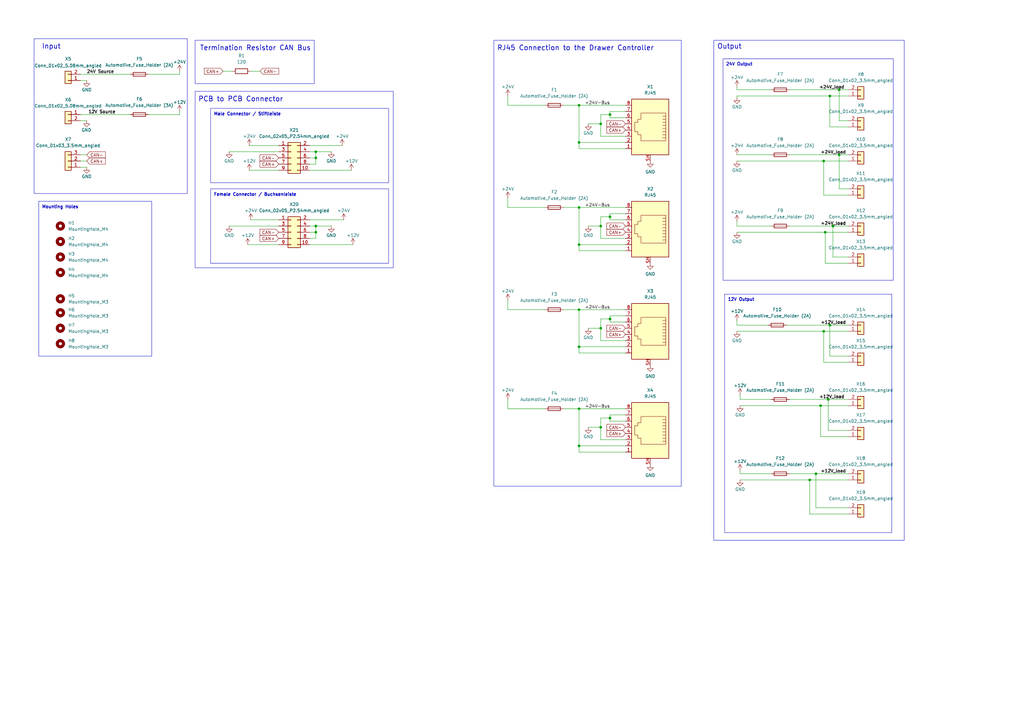
<source format=kicad_sch>
(kicad_sch (version 20231120) (generator "eeschema") (generator_version "8.0")
  (paper "A3")
  (lib_symbols
    (symbol "Mechanical:MountingHole" (pin_names (offset 1.016))
      (property "Reference" "H" (at 0 5.08 0))
      (property "Value" "MountingHole" (at 0 3.175 0))
    )
    (symbol "_Connector:Conn_02x05_P2.54mm_angled" (pin_names (offset 1.016) hide)
      (property "Reference" "X" (at 1.27 7.62 0))
      (property "Value" "Conn_02x05_P2.54mm_angled" (at 1.27 -7.62 0))
      (symbol "Conn_02x05_P2.54mm_angled_1_1"
        (pin passive line (at -5.08 5.08 0) (length 3.81) (name "Pin_1") (number "1"))
        (pin passive line (at 7.62 -5.08 180) (length 3.81) (name "Pin_10") (number "10"))
        (pin passive line (at 7.62 5.08 180) (length 3.81) (name "Pin_2") (number "2"))
        (pin passive line (at -5.08 2.54 0) (length 3.81) (name "Pin_3") (number "3"))
        (pin passive line (at 7.62 2.54 180) (length 3.81) (name "Pin_4") (number "4"))
        (pin passive line (at -5.08 0 0) (length 3.81) (name "Pin_5") (number "5"))
        (pin passive line (at 7.62 0 180) (length 3.81) (name "Pin_6") (number "6"))
        (pin passive line (at -5.08 -2.54 0) (length 3.81) (name "Pin_7") (number "7"))
        (pin passive line (at 7.62 -2.54 180) (length 3.81) (name "Pin_8") (number "8"))
        (pin passive line (at -5.08 -5.08 0) (length 3.81) (name "Pin_9") (number "9"))
      )
    )
    (symbol "_Connector:RJ45" (pin_names (offset 1.016))
      (property "Reference" "X" (at -5.08 13.97 0))
      (property "Value" "RJ45" (at 2.54 13.97 0))
      (symbol "RJ45_1_1"
        (pin passive line (at 10.16 -7.62 180) (length 2.54) (name "~") (number "1"))
        (pin passive line (at 10.16 -5.08 180) (length 2.54) (name "~") (number "2"))
        (pin passive line (at 10.16 -2.54 180) (length 2.54) (name "~") (number "3"))
        (pin passive line (at 10.16 0 180) (length 2.54) (name "~") (number "4"))
        (pin passive line (at 10.16 2.54 180) (length 2.54) (name "~") (number "5"))
        (pin passive line (at 10.16 5.08 180) (length 2.54) (name "~") (number "6"))
        (pin passive line (at 10.16 7.62 180) (length 2.54) (name "~") (number "7"))
        (pin passive line (at 10.16 10.16 180) (length 2.54) (name "~") (number "8"))
        (pin passive line (at 0 -12.7 90) (length 2.54) (name "~") (number "SH"))
      )
    )
    (symbol "_Connector_Phoenix:Conn_01x02_3.5mm_angled" (pin_names (offset 1.016) hide)
      (property "Reference" "X" (at 0 2.54 0))
      (property "Value" "Conn_01x02_3.5mm_angled" (at 0 -5.08 0))
      (symbol "Conn_01x02_3.5mm_angled_1_1"
        (pin passive line (at -5.08 0 0) (length 3.81) (name "Pin_1") (number "1"))
        (pin passive line (at -5.08 -2.54 0) (length 3.81) (name "Pin_2") (number "2"))
      )
    )
    (symbol "_Connector_Phoenix:Conn_01x02_5.08mm_angled" (pin_names (offset 1.016) hide)
      (property "Reference" "X" (at 0 2.54 0))
      (property "Value" "Conn_01x02_5.08mm_angled" (at 0 -5.08 0))
      (symbol "Conn_01x02_5.08mm_angled_1_1"
        (pin passive line (at -5.08 0 0) (length 3.81) (name "Pin_1") (number "1"))
        (pin passive line (at -5.08 -2.54 0) (length 3.81) (name "Pin_2") (number "2"))
      )
    )
    (symbol "_Connector_Phoenix:Conn_01x03_3.5mm_angled" (pin_names (offset 1.016) hide)
      (property "Reference" "X" (at 0 5.08 0))
      (property "Value" "Conn_01x03_3.5mm_angled" (at 0 -5.08 0))
      (symbol "Conn_01x03_3.5mm_angled_1_1"
        (pin passive line (at -5.08 2.54 0) (length 3.81) (name "Pin_1") (number "1"))
        (pin passive line (at -5.08 0 0) (length 3.81) (name "Pin_2") (number "2"))
        (pin passive line (at -5.08 -2.54 0) (length 3.81) (name "Pin_3") (number "3"))
      )
    )
    (symbol "_Fuse:Automotive_Fuse_Holder" (pin_numbers hide) (pin_names (offset 0))
      (property "Reference" "F" (at 2.032 0 90))
      (property "Value" "Automotive_Fuse_Holder" (at -1.905 0 90))
      (symbol "Automotive_Fuse_Holder_1_1"
        (pin passive line (at 0 3.81 270) (length 1.27) (name "~") (number "1"))
        (pin passive line (at 0 -3.81 90) (length 1.27) (name "~") (number "2"))
      )
    )
    (symbol "_R_0805:120" (pin_numbers hide) (pin_names (offset 0))
      (property "Reference" "R" (at 2.032 0 90))
      (property "Value" "120" (at 0 0 90))
      (symbol "120_1_1"
        (pin passive line (at 0 3.81 270) (length 1.27) (name "~") (number "1"))
        (pin passive line (at 0 -3.81 90) (length 1.27) (name "~") (number "2"))
      )
    )
    (symbol "power:+12V" (power) (pin_names (offset 0))
      (property "Value" "+12V" (at 0 3.556 0))
      (symbol "+12V_1_1"
        (pin power_in line (at 0 0 90) (length 0) hide (name "+12V") (number "1"))
      )
    )
    (symbol "power:+24V" (power) (pin_names (offset 0))
      (property "Value" "+24V" (at 0 3.556 0))
      (symbol "+24V_1_1"
        (pin power_in line (at 0 0 90) (length 0) hide (name "+24V") (number "1"))
      )
    )
    (symbol "power:GND" (power) (pin_names (offset 0))
      (property "Value" "GND" (at 0 -3.81 0))
      (symbol "GND_1_1"
        (pin power_in line (at 0 0 270) (length 0) hide (name "GND") (number "1"))
      )
    )
  )
  (junction (at 250.19 171.45))
  (junction (at 246.38 50.8))
  (junction (at 338.455 95.25))
  (junction (at 337.82 66.04))
  (junction (at 250.19 130.81))
  (junction (at 341.63 92.71))
  (junction (at 246.38 92.71))
  (junction (at 237.49 100.33))
  (junction (at 237.49 127))
  (junction (at 129.54 62.23))
  (junction (at 129.54 92.71))
  (junction (at 129.54 95.25))
  (junction (at 344.17 36.83))
  (junction (at 332.105 196.85))
  (junction (at 237.49 182.88))
  (junction (at 334.645 194.31))
  (junction (at 340.36 39.37))
  (junction (at 344.17 63.5))
  (junction (at 129.54 64.77))
  (junction (at 246.38 175.26))
  (junction (at 237.49 43.18))
  (junction (at 237.49 142.24))
  (junction (at 237.49 167.64))
  (junction (at 250.19 88.9))
  (junction (at 237.49 58.42))
  (junction (at 340.36 133.35))
  (junction (at 339.725 163.83))
  (junction (at 250.19 46.99))
  (junction (at 337.82 135.89))
  (junction (at 246.38 134.62))
  (junction (at 336.55 166.37))
  (junction (at 237.49 85.09))
  (wire (pts (xy 127 62.23) (xy 129.54 62.23)))
  (wire (pts (xy 231.14 43.18) (xy 237.49 43.18)))
  (wire (pts (xy 102.87 90.17) (xy 114.3 90.17)))
  (wire (pts (xy 256.54 182.88) (xy 237.49 182.88)))
  (wire (pts (xy 323.85 63.5) (xy 344.17 63.5)))
  (wire (pts (xy 256.54 142.24) (xy 237.49 142.24)))
  (wire (pts (xy 237.49 85.09) (xy 256.54 85.09)))
  (wire (pts (xy 33.02 33.02) (xy 35.56 33.02)))
  (wire (pts (xy 91.44 29.21) (xy 95.25 29.21)))
  (wire (pts (xy 344.17 36.83) (xy 344.17 49.53)))
  (wire (pts (xy 127 100.33) (xy 144.78 100.33)))
  (wire (pts (xy 246.38 55.88) (xy 256.54 55.88)))
  (wire (pts (xy 33.02 63.5) (xy 35.56 63.5)))
  (wire (pts (xy 256.54 132.08) (xy 250.19 132.08)))
  (wire (pts (xy 33.02 66.04) (xy 35.56 66.04)))
  (wire (pts (xy 302.26 39.37) (xy 340.36 39.37)))
  (wire (pts (xy 237.49 85.09) (xy 237.49 100.33)))
  (wire (pts (xy 129.54 95.25) (xy 129.54 97.79)))
  (wire (pts (xy 323.85 36.83) (xy 344.17 36.83)))
  (wire (pts (xy 246.38 92.71) (xy 246.38 97.79)))
  (wire (pts (xy 246.38 130.81) (xy 246.38 134.62)))
  (wire (pts (xy 250.19 87.63) (xy 256.54 87.63)))
  (wire (pts (xy 101.6 100.33) (xy 114.3 100.33)))
  (wire (pts (xy 33.02 68.58) (xy 35.56 68.58)))
  (wire (pts (xy 341.63 92.71) (xy 347.98 92.71)))
  (wire (pts (xy 302.26 92.71) (xy 316.23 92.71)))
  (wire (pts (xy 60.96 30.48) (xy 73.66 30.48)))
  (wire (pts (xy 336.55 166.37) (xy 347.98 166.37)))
  (wire (pts (xy 323.85 194.31) (xy 334.645 194.31)))
  (wire (pts (xy 237.49 127) (xy 256.54 127)))
  (wire (pts (xy 93.98 92.71) (xy 114.3 92.71)))
  (wire (pts (xy 250.19 129.54) (xy 256.54 129.54)))
  (wire (pts (xy 33.02 49.53) (xy 35.56 49.53)))
  (wire (pts (xy 347.98 77.47) (xy 344.17 77.47)))
  (wire (pts (xy 256.54 185.42) (xy 237.49 185.42)))
  (wire (pts (xy 246.38 134.62) (xy 246.38 139.7)))
  (wire (pts (xy 339.725 163.83) (xy 347.98 163.83)))
  (wire (pts (xy 302.26 36.83) (xy 302.26 35.56)))
  (wire (pts (xy 246.38 175.26) (xy 246.38 180.34)))
  (wire (pts (xy 347.98 107.95) (xy 338.455 107.95)))
  (wire (pts (xy 223.52 127) (xy 208.28 127)))
  (wire (pts (xy 73.66 30.48) (xy 73.66 29.21)))
  (wire (pts (xy 302.26 135.89) (xy 337.82 135.89)))
  (wire (pts (xy 237.49 167.64) (xy 256.54 167.64)))
  (wire (pts (xy 347.98 105.41) (xy 341.63 105.41)))
  (wire (pts (xy 237.49 142.24) (xy 237.49 144.78)))
  (wire (pts (xy 237.49 127) (xy 237.49 142.24)))
  (wire (pts (xy 323.85 163.83) (xy 339.725 163.83)))
  (wire (pts (xy 250.19 172.72) (xy 250.19 171.45)))
  (wire (pts (xy 250.19 130.81) (xy 246.38 130.81)))
  (wire (pts (xy 250.19 48.26) (xy 250.19 46.99)))
  (wire (pts (xy 302.26 66.04) (xy 337.82 66.04)))
  (wire (pts (xy 347.98 146.05) (xy 340.36 146.05)))
  (wire (pts (xy 33.02 30.48) (xy 53.34 30.48)))
  (wire (pts (xy 246.38 171.45) (xy 246.38 175.26)))
  (wire (pts (xy 347.98 176.53) (xy 339.725 176.53)))
  (wire (pts (xy 237.49 43.18) (xy 237.49 58.42)))
  (wire (pts (xy 231.14 167.64) (xy 237.49 167.64)))
  (wire (pts (xy 129.54 62.23) (xy 129.54 64.77)))
  (wire (pts (xy 241.3 175.26) (xy 246.38 175.26)))
  (wire (pts (xy 347.98 208.28) (xy 334.645 208.28)))
  (wire (pts (xy 237.49 43.18) (xy 256.54 43.18)))
  (wire (pts (xy 303.53 196.85) (xy 332.105 196.85)))
  (wire (pts (xy 246.38 180.34) (xy 256.54 180.34)))
  (wire (pts (xy 344.17 36.83) (xy 347.98 36.83)))
  (wire (pts (xy 256.54 102.87) (xy 237.49 102.87)))
  (wire (pts (xy 246.38 97.79) (xy 256.54 97.79)))
  (wire (pts (xy 60.96 46.99) (xy 73.66 46.99)))
  (wire (pts (xy 241.3 134.62) (xy 246.38 134.62)))
  (wire (pts (xy 237.49 58.42) (xy 237.49 60.96)))
  (wire (pts (xy 302.26 95.25) (xy 338.455 95.25)))
  (wire (pts (xy 250.19 88.9) (xy 246.38 88.9)))
  (wire (pts (xy 256.54 172.72) (xy 250.19 172.72)))
  (wire (pts (xy 302.26 39.37) (xy 302.26 40.005)))
  (wire (pts (xy 241.3 50.8) (xy 246.38 50.8)))
  (wire (pts (xy 250.19 171.45) (xy 246.38 171.45)))
  (wire (pts (xy 250.19 170.18) (xy 256.54 170.18)))
  (wire (pts (xy 344.17 77.47) (xy 344.17 63.5)))
  (wire (pts (xy 223.52 85.09) (xy 208.28 85.09)))
  (wire (pts (xy 256.54 60.96) (xy 237.49 60.96)))
  (wire (pts (xy 73.66 45.72) (xy 73.66 46.99)))
  (wire (pts (xy 223.52 167.64) (xy 208.28 167.64)))
  (wire (pts (xy 208.28 123.19) (xy 208.28 127)))
  (wire (pts (xy 303.53 163.83) (xy 316.23 163.83)))
  (wire (pts (xy 340.36 39.37) (xy 340.36 52.07)))
  (wire (pts (xy 344.17 49.53) (xy 347.98 49.53)))
  (wire (pts (xy 256.54 90.17) (xy 250.19 90.17)))
  (wire (pts (xy 246.38 46.99) (xy 246.38 50.8)))
  (wire (pts (xy 347.98 80.01) (xy 337.82 80.01)))
  (wire (pts (xy 129.54 92.71) (xy 129.54 95.25)))
  (wire (pts (xy 102.235 59.69) (xy 114.3 59.69)))
  (wire (pts (xy 340.36 52.07) (xy 347.98 52.07)))
  (wire (pts (xy 303.53 166.37) (xy 336.55 166.37)))
  (wire (pts (xy 127 92.71) (xy 129.54 92.71)))
  (wire (pts (xy 250.19 130.81) (xy 250.19 129.54)))
  (wire (pts (xy 250.19 46.99) (xy 250.19 45.72)))
  (wire (pts (xy 231.14 85.09) (xy 237.49 85.09)))
  (wire (pts (xy 302.26 63.5) (xy 316.23 63.5)))
  (wire (pts (xy 33.02 46.99) (xy 53.34 46.99)))
  (wire (pts (xy 303.53 194.31) (xy 316.23 194.31)))
  (wire (pts (xy 127 69.85) (xy 144.145 69.85)))
  (wire (pts (xy 250.19 88.9) (xy 250.19 87.63)))
  (wire (pts (xy 102.235 69.85) (xy 114.3 69.85)))
  (wire (pts (xy 231.14 127) (xy 237.49 127)))
  (wire (pts (xy 303.53 194.31) (xy 303.53 193.04)))
  (wire (pts (xy 339.725 176.53) (xy 339.725 163.83)))
  (wire (pts (xy 241.3 92.71) (xy 246.38 92.71)))
  (wire (pts (xy 256.54 48.26) (xy 250.19 48.26)))
  (wire (pts (xy 250.19 46.99) (xy 246.38 46.99)))
  (wire (pts (xy 237.49 100.33) (xy 237.49 102.87)))
  (wire (pts (xy 302.26 36.83) (xy 316.23 36.83)))
  (wire (pts (xy 322.58 133.35) (xy 340.36 133.35)))
  (wire (pts (xy 237.49 167.64) (xy 237.49 182.88)))
  (wire (pts (xy 106.68 29.21) (xy 102.87 29.21)))
  (wire (pts (xy 256.54 144.78) (xy 237.49 144.78)))
  (wire (pts (xy 302.26 133.35) (xy 314.96 133.35)))
  (wire (pts (xy 129.54 64.77) (xy 129.54 67.31)))
  (wire (pts (xy 337.82 135.89) (xy 347.98 135.89)))
  (wire (pts (xy 127 90.17) (xy 140.97 90.17)))
  (wire (pts (xy 223.52 43.18) (xy 208.28 43.18)))
  (wire (pts (xy 129.54 95.25) (xy 127 95.25)))
  (wire (pts (xy 344.17 63.5) (xy 347.98 63.5)))
  (wire (pts (xy 250.19 90.17) (xy 250.19 88.9)))
  (wire (pts (xy 334.645 194.31) (xy 347.98 194.31)))
  (wire (pts (xy 347.98 179.07) (xy 336.55 179.07)))
  (wire (pts (xy 337.82 66.04) (xy 337.82 80.01)))
  (wire (pts (xy 237.49 182.88) (xy 237.49 185.42)))
  (wire (pts (xy 208.28 163.83) (xy 208.28 167.64)))
  (wire (pts (xy 135.89 62.23) (xy 129.54 62.23)))
  (wire (pts (xy 337.82 135.89) (xy 337.82 148.59)))
  (wire (pts (xy 246.38 50.8) (xy 246.38 55.88)))
  (wire (pts (xy 250.19 171.45) (xy 250.19 170.18)))
  (wire (pts (xy 208.28 81.28) (xy 208.28 85.09)))
  (wire (pts (xy 337.82 148.59) (xy 347.98 148.59)))
  (wire (pts (xy 332.105 210.82) (xy 347.98 210.82)))
  (wire (pts (xy 256.54 58.42) (xy 237.49 58.42)))
  (wire (pts (xy 341.63 105.41) (xy 341.63 92.71)))
  (wire (pts (xy 208.28 39.37) (xy 208.28 43.18)))
  (wire (pts (xy 338.455 95.25) (xy 347.98 95.25)))
  (wire (pts (xy 93.98 62.23) (xy 114.3 62.23)))
  (wire (pts (xy 303.53 163.83) (xy 303.53 161.925)))
  (wire (pts (xy 246.38 88.9) (xy 246.38 92.71)))
  (wire (pts (xy 302.26 133.35) (xy 302.26 131.445)))
  (wire (pts (xy 256.54 100.33) (xy 237.49 100.33)))
  (wire (pts (xy 337.82 66.04) (xy 347.98 66.04)))
  (wire (pts (xy 340.36 133.35) (xy 347.98 133.35)))
  (wire (pts (xy 127 64.77) (xy 129.54 64.77)))
  (wire (pts (xy 302.26 92.71) (xy 302.26 90.805)))
  (wire (pts (xy 127 97.79) (xy 129.54 97.79)))
  (wire (pts (xy 334.645 208.28) (xy 334.645 194.31)))
  (wire (pts (xy 340.36 39.37) (xy 347.98 39.37)))
  (wire (pts (xy 129.54 92.71) (xy 135.89 92.71)))
  (wire (pts (xy 250.19 45.72) (xy 256.54 45.72)))
  (wire (pts (xy 246.38 139.7) (xy 256.54 139.7)))
  (wire (pts (xy 340.36 146.05) (xy 340.36 133.35)))
  (wire (pts (xy 336.55 179.07) (xy 336.55 166.37)))
  (wire (pts (xy 338.455 107.95) (xy 338.455 95.25)))
  (wire (pts (xy 127 59.69) (xy 140.335 59.69)))
  (wire (pts (xy 332.105 196.85) (xy 332.105 210.82)))
  (wire (pts (xy 127 67.31) (xy 129.54 67.31)))
  (wire (pts (xy 250.19 132.08) (xy 250.19 130.81)))
  (wire (pts (xy 332.105 196.85) (xy 347.98 196.85)))
  (wire (pts (xy 323.85 92.71) (xy 341.63 92.71)))
  (rectangle (start 296.545 24.13) (end 366.395 114.935))
  (rectangle (start 292.735 16.51) (end 370.84 221.615))
  (rectangle (start 80.01 16.51) (end 128.905 34.29))
  (rectangle (start 80.01 37.465) (end 161.29 109.855))
  (rectangle (start 15.875 82.55) (end 62.23 146.05))
  (rectangle (start 297.18 120.65) (end 365.76 218.44))
  (rectangle (start 86.36 77.47) (end 159.385 107.95))
  (rectangle (start 202.565 16.51) (end 279.4 199.39))
  (rectangle (start 86.36 44.45) (end 159.385 74.93))
  (rectangle (start 13.97 15.875) (end 76.835 79.375))
  (text "PCB to PCB Connector" (at 81.28 41.91 0) (effects (font (size 2 2) (thickness 0.254) (bold yes)) (justify left bottom)))
  (text "Input" (at 17.145 20.32 0) (effects (font (size 2 2) (thickness 0.254) (bold yes)) (justify left bottom)))
  (text "24V Output" (at 297.688 27.178 0) (effects (font (size 1.27 1.27) (bold yes)) (justify left bottom)))
  (text "Mounting Holes" (at 17.145 85.725 0) (effects (font (size 1.27 1.27) (bold yes)) (justify left bottom)))
  (text "RJ45 Connection to the Drawer Controller" (at 203.835 20.955 0) (effects (font (size 2 2) (thickness 0.254) (bold yes)) (justify left bottom)))
  (text "Output" (at 294.132 20.32 0) (effects (font (size 2 2) (thickness 0.254) (bold yes)) (justify left bottom)))
  (text "Male Connector / Stiftleiste" (at 87.63 47.625 0) (effects (font (size 1.27 1.27) (bold yes)) (justify left bottom)))
  (text "Termination Resistor CAN Bus" (at 81.915 20.955 0) (effects (font (size 2 2) (thickness 0.254) (bold yes)) (justify left bottom)))
  (text "Female Connector / Buchsenleiste" (at 87.63 80.645 0) (effects (font (size 1.27 1.27) (bold yes)) (justify left bottom)))
  (text "12V Output" (at 298.45 123.698 0) (effects (font (size 1.27 1.27) (bold yes)) (justify left bottom)))
  (label "+24V-Bus" (at 250.19 43.18 180))
  (label "+12V_load" (at 336.55 133.35 0) (effects (font (bold yes))))
  (label "+24V-Bus" (at 250.19 85.09 180))
  (label "12V Source" (at 36.195 46.99 0) (effects (font (bold yes))))
  (label "+24V_load" (at 336.55 92.71 0) (effects (font (bold yes))))
  (label "+12V_load" (at 335.915 163.83 0) (effects (font (bold yes))))
  (label "+24V_load" (at 335.915 36.83 0) (effects (font (bold yes))))
  (label "+24V-Bus" (at 250.19 167.64 180))
  (label "+24V_load" (at 336.55 63.5 0) (effects (font (bold yes))))
  (label "+12V_load" (at 336.55 194.31 0) (effects (font (bold yes))))
  (label "24V Source" (at 35.56 30.48 0) (effects (font (bold yes))))
  (label "+24V-Bus" (at 250.19 127 180))
  (global_label "CAN-" (shape input) (at 256.54 92.71 180) (property "Intersheetrefs" "${INTERSHEET_REFS}" (effects (hide yes))))
  (global_label "CAN-" (shape input) (at 256.54 175.26 180) (property "Intersheetrefs" "${INTERSHEET_REFS}" (effects (hide yes))))
  (global_label "CAN-" (shape input) (at 114.3 95.25 180) (property "Intersheetrefs" "${INTERSHEET_REFS}" (effects (hide yes))))
  (global_label "CAN+" (shape input) (at 256.54 53.34 180) (property "Intersheetrefs" "${INTERSHEET_REFS}" (effects (hide yes))))
  (global_label "CAN-" (shape input) (at 106.68 29.21 0) (property "Intersheetrefs" "${INTERSHEET_REFS}" (effects (hide yes))))
  (global_label "CAN+" (shape input) (at 256.54 95.25 180) (property "Intersheetrefs" "${INTERSHEET_REFS}" (effects (hide yes))))
  (global_label "CAN+" (shape input) (at 91.44 29.21 180) (property "Intersheetrefs" "${INTERSHEET_REFS}" (effects (hide yes))))
  (global_label "CAN-" (shape input) (at 256.54 134.62 180) (property "Intersheetrefs" "${INTERSHEET_REFS}" (effects (hide yes))))
  (global_label "CAN+" (shape input) (at 256.54 177.8 180) (property "Intersheetrefs" "${INTERSHEET_REFS}" (effects (hide yes))))
  (global_label "CAN+" (shape input) (at 114.3 97.79 180) (property "Intersheetrefs" "${INTERSHEET_REFS}" (effects (hide yes))))
  (global_label "CAN-" (shape input) (at 256.54 50.8 180) (property "Intersheetrefs" "${INTERSHEET_REFS}" (effects (hide yes))))
  (global_label "CAN+" (shape input) (at 35.56 66.04 0) (property "Intersheetrefs" "${INTERSHEET_REFS}" (effects (hide yes))))
  (global_label "CAN-" (shape input) (at 114.3 64.77 180) (property "Intersheetrefs" "${INTERSHEET_REFS}" (effects (hide yes))))
  (global_label "CAN+" (shape input) (at 256.54 137.16 180) (property "Intersheetrefs" "${INTERSHEET_REFS}" (effects (hide yes))))
  (global_label "CAN+" (shape input) (at 114.3 67.31 180) (property "Intersheetrefs" "${INTERSHEET_REFS}" (effects (hide yes))))
  (global_label "CAN-" (shape input) (at 35.56 63.5 0) (property "Intersheetrefs" "${INTERSHEET_REFS}" (effects (hide yes))))
  (symbol (lib_id "_Connector:Conn_02x05_P2.54mm_angled") (at 119.38 64.77 0) (unit 1)
    (property "Reference" "X21" (at 120.65 53.34 0))
    (property "Value" "Conn_02x05_P2.54mm_angled" (at 120.65 55.88 0))
    (property "Footprint" "Connector_PinHeader_2.54mm:PinHeader_2x05_P2.54mm_Horizontal" (effects (hide yes)))
    (property "Datasheet" "https://www.mouser.de/datasheet/2/571/Catalog-1102350.pdf" (effects (hide yes)))
    (property "Description" "Conn 02x05 2.54mm angled" (effects (hide yes)))
    (property "MF" "Preci-dip" (effects (hide yes)))
    (property "MPN" "803-87-010-20-001101" (effects (hide yes)))
    (property "OC_MOUSER" "437-8038701020001101" (effects (hide yes)))
    (property "OC_RS" "701-9607" (effects (hide yes)))
    (property "path_to_docs" "Connectors/Headers/Preci-Dip/02x05_2.54" (effects (hide yes)))
  )
  (symbol (lib_id "power:+24V") (at 73.66 29.21 0) (unit 1)
    (property "Reference" "#PWR023" (effects (hide yes)))
    (property "Value" "+24V" (at 73.66 25.4 0))
  )
  (symbol (lib_id "power:GND") (at 241.3 175.26 0) (mirror y) (unit 1)
    (property "Reference" "#PWR011" (effects (hide yes)))
    (property "Value" "GND" (at 241.3 179.07 0))
  )
  (symbol (lib_id "_Connector_Phoenix:Conn_01x02_3.5mm_angled") (at 353.06 107.95 0) (mirror x) (unit 1)
    (property "Reference" "X13" (at 353.06 99.06 0))
    (property "Value" "Conn_01x02_3.5mm_angled" (at 353.06 101.6 0))
    (property "Footprint" "Connector_Phoenix_MC:PhoenixContact_MC_1,5_2-G-3.5_1x02_P3.50mm_Horizontal" (effects (hide yes)))
    (property "Datasheet" "https://docs.rs-online.com/de19/0900766b8157d3c3.pdf" (effects (hide yes)))
    (property "Description" "RS PRO Pluggable terminal block Header 2 contacts 3.5mm pitch angled" (effects (hide yes)))
    (property "MF" "RS PRO" (effects (hide yes)))
    (property "MPN" "874-5329" (effects (hide yes)))
    (property "OC_RS" "874-5329" (effects (hide yes)))
    (property "path_to_docs" "Connectors/Phoenix/MC/2-G-3,5" (effects (hide yes)))
  )
  (symbol (lib_id "power:GND") (at 35.56 49.53 0) (unit 1)
    (property "Reference" "#PWR024" (effects (hide yes)))
    (property "Value" "GND" (at 35.433 53.34 0))
  )
  (symbol (lib_id "_Connector_Phoenix:Conn_01x02_3.5mm_angled") (at 353.06 52.07 0) (mirror x) (unit 1)
    (property "Reference" "X9" (at 353.06 43.18 0))
    (property "Value" "Conn_01x02_3.5mm_angled" (at 353.06 45.72 0))
    (property "Footprint" "Connector_Phoenix_MC:PhoenixContact_MC_1,5_2-G-3.5_1x02_P3.50mm_Horizontal" (effects (hide yes)))
    (property "Datasheet" "https://docs.rs-online.com/de19/0900766b8157d3c3.pdf" (effects (hide yes)))
    (property "Description" "RS PRO Pluggable terminal block Header 2 contacts 3.5mm pitch angled" (effects (hide yes)))
    (property "MF" "RS PRO" (effects (hide yes)))
    (property "MPN" "874-5329" (effects (hide yes)))
    (property "OC_RS" "874-5329" (effects (hide yes)))
    (property "path_to_docs" "Connectors/Phoenix/MC/2-G-3,5" (effects (hide yes)))
  )
  (symbol (lib_id "power:GND") (at 241.3 134.62 0) (mirror y) (unit 1)
    (property "Reference" "#PWR08" (effects (hide yes)))
    (property "Value" "GND" (at 241.3 138.43 0))
  )
  (symbol (lib_id "_Fuse:Automotive_Fuse_Holder") (at 320.04 63.5 90) (unit 1)
    (property "Reference" "F8" (at 320.04 57.15 90))
    (property "Value" "Automotive_Fuse_Holder (2A)" (at 320.04 59.69 90))
    (property "Footprint" "Robast:Fuse_Holder_RS_Pro_188-4477" (effects (hide yes)))
    (property "Datasheet" "https://docs.rs-online.com/92e6/A700000006779340.pdf" (effects (hide yes)))
    (property "Description" "RS Pro Fuse Blade, For Mini Blade Automotive Fuse Block" (effects (hide yes)))
    (property "MF" "RS PRO" (effects (hide yes)))
    (property "MPN" "188-4617" (effects (hide yes)))
    (property "OC_RS" "188-4617" (effects (hide yes)))
    (property "path_to_docs" "Circuit_Protection/Fuses/Fuse_Holder/Automotive_Fuse/RS_PRO" (effects (hide yes)))
  )
  (symbol (lib_id "Mechanical:MountingHole") (at 24.765 134.62 0) (unit 1)
    (property "Reference" "H7" (at 27.94 133.35 0) (effects (justify left)))
    (property "Value" "MountingHole_M3" (at 27.94 135.89 0) (effects (justify left)))
    (property "Footprint" "MountingHole:MountingHole_3.2mm_M3" (effects (hide yes)))
  )
  (symbol (lib_id "power:+24V") (at 208.28 39.37 0) (mirror y) (unit 1)
    (property "Reference" "#PWR06" (effects (hide yes)))
    (property "Value" "+24V" (at 208.28 35.56 0))
  )
  (symbol (lib_id "power:+24V") (at 208.28 123.19 0) (mirror y) (unit 1)
    (property "Reference" "#PWR07" (effects (hide yes)))
    (property "Value" "+24V" (at 208.28 119.38 0))
  )
  (symbol (lib_id "power:+12V") (at 302.26 131.445 0) (unit 1)
    (property "Reference" "#PWR052" (effects (hide yes)))
    (property "Value" "+12V" (at 302.26 127.635 0))
  )
  (symbol (lib_id "_Fuse:Automotive_Fuse_Holder") (at 320.04 36.83 90) (unit 1)
    (property "Reference" "F7" (at 320.04 30.48 90))
    (property "Value" "Automotive_Fuse_Holder (2A)" (at 320.04 33.02 90))
    (property "Footprint" "Robast:Fuse_Holder_RS_Pro_188-4477" (effects (hide yes)))
    (property "Datasheet" "https://docs.rs-online.com/92e6/A700000006779340.pdf" (effects (hide yes)))
    (property "Description" "RS Pro Fuse Blade, For Mini Blade Automotive Fuse Block" (effects (hide yes)))
    (property "MF" "RS PRO" (effects (hide yes)))
    (property "MPN" "188-4617" (effects (hide yes)))
    (property "OC_RS" "188-4617" (effects (hide yes)))
    (property "path_to_docs" "Circuit_Protection/Fuses/Fuse_Holder/Automotive_Fuse/RS_PRO" (effects (hide yes)))
  )
  (symbol (lib_id "_Fuse:Automotive_Fuse_Holder") (at 227.33 85.09 270) (unit 1)
    (property "Reference" "F2" (at 227.33 78.74 90))
    (property "Value" "Automotive_Fuse_Holder (2A)" (at 227.33 81.28 90))
    (property "Footprint" "Robast:Fuse_Holder_RS_Pro_188-4477" (effects (hide yes)))
    (property "Datasheet" "https://docs.rs-online.com/92e6/A700000006779340.pdf" (effects (hide yes)))
    (property "Description" "RS Pro Fuse Blade, For Mini Blade Automotive Fuse Block" (effects (hide yes)))
    (property "MF" "RS PRO" (effects (hide yes)))
    (property "MPN" "188-4617" (effects (hide yes)))
    (property "OC_RS" "188-4617" (effects (hide yes)))
    (property "path_to_docs" "Circuit_Protection/Fuses/Fuse_Holder/Automotive_Fuse/RS_PRO" (effects (hide yes)))
  )
  (symbol (lib_id "_Connector_Phoenix:Conn_01x02_3.5mm_angled") (at 353.06 148.59 0) (mirror x) (unit 1)
    (property "Reference" "X15" (at 353.06 139.7 0))
    (property "Value" "Conn_01x02_3.5mm_angled" (at 353.06 142.24 0))
    (property "Footprint" "Connector_Phoenix_MC:PhoenixContact_MC_1,5_2-G-3.5_1x02_P3.50mm_Horizontal" (effects (hide yes)))
    (property "Datasheet" "https://docs.rs-online.com/de19/0900766b8157d3c3.pdf" (effects (hide yes)))
    (property "Description" "RS PRO Pluggable terminal block Header 2 contacts 3.5mm pitch angled" (effects (hide yes)))
    (property "MF" "RS PRO" (effects (hide yes)))
    (property "MPN" "874-5329" (effects (hide yes)))
    (property "OC_RS" "874-5329" (effects (hide yes)))
    (property "path_to_docs" "Connectors/Phoenix/MC/2-G-3,5" (effects (hide yes)))
  )
  (symbol (lib_id "_Connector_Phoenix:Conn_01x02_3.5mm_angled") (at 353.06 166.37 0) (mirror x) (unit 1)
    (property "Reference" "X16" (at 353.06 157.48 0))
    (property "Value" "Conn_01x02_3.5mm_angled" (at 353.06 160.02 0))
    (property "Footprint" "Connector_Phoenix_MC:PhoenixContact_MC_1,5_2-G-3.5_1x02_P3.50mm_Horizontal" (effects (hide yes)))
    (property "Datasheet" "https://docs.rs-online.com/de19/0900766b8157d3c3.pdf" (effects (hide yes)))
    (property "Description" "RS PRO Pluggable terminal block Header 2 contacts 3.5mm pitch angled" (effects (hide yes)))
    (property "MF" "RS PRO" (effects (hide yes)))
    (property "MPN" "874-5329" (effects (hide yes)))
    (property "OC_RS" "874-5329" (effects (hide yes)))
    (property "path_to_docs" "Connectors/Phoenix/MC/2-G-3,5" (effects (hide yes)))
  )
  (symbol (lib_id "power:+12V") (at 303.53 161.925 0) (unit 1)
    (property "Reference" "#PWR032" (effects (hide yes)))
    (property "Value" "+12V" (at 303.53 158.115 0))
  )
  (symbol (lib_id "power:GND") (at 93.98 92.71 0) (unit 1)
    (property "Reference" "#PWR046" (effects (hide yes)))
    (property "Value" "GND" (at 93.98 96.52 0))
  )
  (symbol (lib_id "power:GND") (at 35.56 68.58 0) (unit 1)
    (property "Reference" "#PWR021" (effects (hide yes)))
    (property "Value" "GND" (at 35.56 72.39 0))
  )
  (symbol (lib_id "Mechanical:MountingHole") (at 24.765 105.41 0) (unit 1)
    (property "Reference" "H3" (at 27.94 104.14 0) (effects (justify left)))
    (property "Value" "MountingHole_M4" (at 27.94 106.68 0) (effects (justify left)))
    (property "Footprint" "MountingHole:MountingHole_4.3mm_M4" (effects (hide yes)))
  )
  (symbol (lib_id "_Connector_Phoenix:Conn_01x02_3.5mm_angled") (at 353.06 179.07 0) (mirror x) (unit 1)
    (property "Reference" "X17" (at 353.06 170.18 0))
    (property "Value" "Conn_01x02_3.5mm_angled" (at 353.06 172.72 0))
    (property "Footprint" "Connector_Phoenix_MC:PhoenixContact_MC_1,5_2-G-3.5_1x02_P3.50mm_Horizontal" (effects (hide yes)))
    (property "Datasheet" "https://docs.rs-online.com/de19/0900766b8157d3c3.pdf" (effects (hide yes)))
    (property "Description" "RS PRO Pluggable terminal block Header 2 contacts 3.5mm pitch angled" (effects (hide yes)))
    (property "MF" "RS PRO" (effects (hide yes)))
    (property "MPN" "874-5329" (effects (hide yes)))
    (property "OC_RS" "874-5329" (effects (hide yes)))
    (property "path_to_docs" "Connectors/Phoenix/MC/2-G-3,5" (effects (hide yes)))
  )
  (symbol (lib_id "_Connector_Phoenix:Conn_01x03_3.5mm_angled") (at 27.94 66.04 180) (unit 1)
    (property "Reference" "X7" (at 27.94 57.15 0))
    (property "Value" "Conn_01x03_3.5mm_angled" (at 27.94 59.69 0))
    (property "Footprint" "Connector_Phoenix_MC:PhoenixContact_MC_1,5_3-G-3.5_1x03_P3.50mm_Horizontal" (effects (hide yes)))
    (property "Description" "RS PRO Pluggable terminal block Header 3 contacts 3.5mm pitch angled" (effects (hide yes)))
    (property "MF" "RS PRO" (effects (hide yes)))
    (property "MPN" "144-4326" (effects (hide yes)))
    (property "OC_RS" "144-4326" (effects (hide yes)))
    (property "path_to_docs" "Connectors/Phoenix/MC/3-G-3,5" (effects (hide yes)))
  )
  (symbol (lib_id "power:+12V") (at 303.53 193.04 0) (unit 1)
    (property "Reference" "#PWR034" (effects (hide yes)))
    (property "Value" "+12V" (at 303.53 189.23 0))
  )
  (symbol (lib_id "_Connector_Phoenix:Conn_01x02_3.5mm_angled") (at 353.06 80.01 0) (mirror x) (unit 1)
    (property "Reference" "X11" (at 353.06 71.12 0))
    (property "Value" "Conn_01x02_3.5mm_angled" (at 353.06 73.66 0))
    (property "Footprint" "Connector_Phoenix_MC:PhoenixContact_MC_1,5_2-G-3.5_1x02_P3.50mm_Horizontal" (effects (hide yes)))
    (property "Datasheet" "https://docs.rs-online.com/de19/0900766b8157d3c3.pdf" (effects (hide yes)))
    (property "Description" "RS PRO Pluggable terminal block Header 2 contacts 3.5mm pitch angled" (effects (hide yes)))
    (property "MF" "RS PRO" (effects (hide yes)))
    (property "MPN" "874-5329" (effects (hide yes)))
    (property "OC_RS" "874-5329" (effects (hide yes)))
    (property "path_to_docs" "Connectors/Phoenix/MC/2-G-3,5" (effects (hide yes)))
  )
  (symbol (lib_id "power:GND") (at 302.26 40.005 0) (unit 1)
    (property "Reference" "#PWR027" (effects (hide yes)))
    (property "Value" "GND" (at 302.26 43.815 0))
  )
  (symbol (lib_id "power:+12V") (at 144.145 69.85 0) (unit 1)
    (property "Reference" "#PWR043" (effects (hide yes)))
    (property "Value" "+12V" (at 144.145 66.04 0))
  )
  (symbol (lib_id "Mechanical:MountingHole") (at 24.765 92.71 0) (unit 1)
    (property "Reference" "H1" (at 27.94 91.44 0) (effects (justify left)))
    (property "Value" "MountingHole_M4" (at 27.94 93.98 0) (effects (justify left)))
    (property "Footprint" "MountingHole:MountingHole_4.3mm_M4" (effects (hide yes)))
  )
  (symbol (lib_id "power:GND") (at 302.26 135.89 0) (unit 1)
    (property "Reference" "#PWR033" (effects (hide yes)))
    (property "Value" "GND" (at 302.26 139.7 0))
  )
  (symbol (lib_id "power:GND") (at 241.3 50.8 0) (mirror y) (unit 1)
    (property "Reference" "#PWR04" (effects (hide yes)))
    (property "Value" "GND" (at 241.3 54.61 0))
  )
  (symbol (lib_id "Mechanical:MountingHole") (at 24.765 128.27 0) (unit 1)
    (property "Reference" "H6" (at 27.94 127 0) (effects (justify left)))
    (property "Value" "MountingHole_M3" (at 27.94 129.54 0) (effects (justify left)))
    (property "Footprint" "MountingHole:MountingHole_3.2mm_M3" (effects (hide yes)))
  )
  (symbol (lib_id "_Fuse:Automotive_Fuse_Holder") (at 227.33 127 270) (unit 1)
    (property "Reference" "F3" (at 227.33 120.65 90))
    (property "Value" "Automotive_Fuse_Holder (2A)" (at 227.33 123.19 90))
    (property "Footprint" "Robast:Fuse_Holder_RS_Pro_188-4477" (effects (hide yes)))
    (property "Datasheet" "https://docs.rs-online.com/92e6/A700000006779340.pdf" (effects (hide yes)))
    (property "Description" "RS Pro Fuse Blade, For Mini Blade Automotive Fuse Block" (effects (hide yes)))
    (property "MF" "RS PRO" (effects (hide yes)))
    (property "MPN" "188-4617" (effects (hide yes)))
    (property "OC_RS" "188-4617" (effects (hide yes)))
    (property "path_to_docs" "Circuit_Protection/Fuses/Fuse_Holder/Automotive_Fuse/RS_PRO" (effects (hide yes)))
  )
  (symbol (lib_id "_Connector_Phoenix:Conn_01x02_3.5mm_angled") (at 353.06 95.25 0) (mirror x) (unit 1)
    (property "Reference" "X12" (at 353.06 86.36 0))
    (property "Value" "Conn_01x02_3.5mm_angled" (at 353.06 88.9 0))
    (property "Footprint" "Connector_Phoenix_MC:PhoenixContact_MC_1,5_2-G-3.5_1x02_P3.50mm_Horizontal" (effects (hide yes)))
    (property "Datasheet" "https://docs.rs-online.com/de19/0900766b8157d3c3.pdf" (effects (hide yes)))
    (property "Description" "RS PRO Pluggable terminal block Header 2 contacts 3.5mm pitch angled" (effects (hide yes)))
    (property "MF" "RS PRO" (effects (hide yes)))
    (property "MPN" "874-5329" (effects (hide yes)))
    (property "OC_RS" "874-5329" (effects (hide yes)))
    (property "path_to_docs" "Connectors/Phoenix/MC/2-G-3,5" (effects (hide yes)))
  )
  (symbol (lib_id "Mechanical:MountingHole") (at 24.765 122.555 0) (unit 1)
    (property "Reference" "H5" (at 27.94 121.285 0) (effects (justify left)))
    (property "Value" "MountingHole_M3" (at 27.94 123.825 0) (effects (justify left)))
    (property "Footprint" "MountingHole:MountingHole_3.2mm_M3" (effects (hide yes)))
  )
  (symbol (lib_id "power:GND") (at 303.53 196.85 0) (unit 1)
    (property "Reference" "#PWR037" (effects (hide yes)))
    (property "Value" "GND" (at 303.53 200.66 0))
  )
  (symbol (lib_id "Mechanical:MountingHole") (at 24.765 99.06 0) (unit 1)
    (property "Reference" "H2" (at 27.94 97.79 0) (effects (justify left)))
    (property "Value" "MountingHole_M4" (at 27.94 100.33 0) (effects (justify left)))
    (property "Footprint" "MountingHole:MountingHole_4.3mm_M4" (effects (hide yes)))
  )
  (symbol (lib_id "power:GND") (at 302.26 66.04 0) (unit 1)
    (property "Reference" "#PWR029" (effects (hide yes)))
    (property "Value" "GND" (at 302.26 69.85 0))
  )
  (symbol (lib_id "power:+24V") (at 102.235 59.69 0) (unit 1)
    (property "Reference" "#PWR038" (effects (hide yes)))
    (property "Value" "+24V" (at 102.235 55.88 0))
  )
  (symbol (lib_id "_Fuse:Automotive_Fuse_Holder") (at 57.15 46.99 90) (unit 1)
    (property "Reference" "F6" (at 57.15 40.64 90))
    (property "Value" "Automotive_Fuse_Holder (3A)" (at 57.15 43.18 90))
    (property "Footprint" "Robast:Fuse_Holder_RS_Pro_188-4477" (effects (hide yes)))
    (property "Datasheet" "https://docs.rs-online.com/92e6/A700000006779340.pdf" (effects (hide yes)))
    (property "Description" "RS Pro Fuse Blade, For Mini Blade Automotive Fuse Block" (effects (hide yes)))
    (property "MF" "RS PRO" (effects (hide yes)))
    (property "MPN" "188-4617" (effects (hide yes)))
    (property "OC_RS" "188-4617" (effects (hide yes)))
    (property "path_to_docs" "Circuit_Protection/Fuses/Fuse_Holder/Automotive_Fuse/RS_PRO" (effects (hide yes)))
  )
  (symbol (lib_id "power:+24V") (at 208.28 163.83 0) (mirror y) (unit 1)
    (property "Reference" "#PWR010" (effects (hide yes)))
    (property "Value" "+24V" (at 208.28 160.02 0))
  )
  (symbol (lib_id "_Connector_Phoenix:Conn_01x02_3.5mm_angled") (at 353.06 135.89 0) (mirror x) (unit 1)
    (property "Reference" "X14" (at 353.06 127 0))
    (property "Value" "Conn_01x02_3.5mm_angled" (at 353.06 129.54 0))
    (property "Footprint" "Connector_Phoenix_MC:PhoenixContact_MC_1,5_2-G-3.5_1x02_P3.50mm_Horizontal" (effects (hide yes)))
    (property "Datasheet" "https://docs.rs-online.com/de19/0900766b8157d3c3.pdf" (effects (hide yes)))
    (property "Description" "RS PRO Pluggable terminal block Header 2 contacts 3.5mm pitch angled" (effects (hide yes)))
    (property "MF" "RS PRO" (effects (hide yes)))
    (property "MPN" "874-5329" (effects (hide yes)))
    (property "OC_RS" "874-5329" (effects (hide yes)))
    (property "path_to_docs" "Connectors/Phoenix/MC/2-G-3,5" (effects (hide yes)))
  )
  (symbol (lib_id "_Connector:RJ45") (at 266.7 177.8 0) (mirror y) (unit 1)
    (property "Reference" "X4" (at 266.7 160.02 0))
    (property "Value" "RJ45" (at 266.7 162.56 0))
    (property "Footprint" "Robast:TE_RJ45_6339160-1" (effects (hide yes)))
    (property "Datasheet" "https://www.mouser.de/datasheet/2/418/3/NG_DS_1-1773464-9_MODULAR_JACKS_0315-1231992.pdf" (effects (hide yes)))
    (property "Description" "RJ45 PCB Connector" (effects (hide yes)))
    (property "MF" "TE Connectivity" (effects (hide yes)))
    (property "MPN" "6339160-1" (effects (hide yes)))
    (property "OC_LCSC" "C125076" (effects (hide yes)))
    (property "OC_MOUSER" "571-6339160-1" (effects (hide yes)))
    (property "OC_RS" "787-1685" (effects (hide yes)))
    (property "path_to_docs" "Connectors/Ethernet_Connectors/TE_Connectivity" (effects (hide yes)))
  )
  (symbol (lib_id "_Connector_Phoenix:Conn_01x02_3.5mm_angled") (at 353.06 39.37 0) (mirror x) (unit 1)
    (property "Reference" "X8" (at 353.06 30.48 0))
    (property "Value" "Conn_01x02_3.5mm_angled" (at 353.06 33.02 0))
    (property "Footprint" "Connector_Phoenix_MC:PhoenixContact_MC_1,5_2-G-3.5_1x02_P3.50mm_Horizontal" (effects (hide yes)))
    (property "Datasheet" "https://docs.rs-online.com/de19/0900766b8157d3c3.pdf" (effects (hide yes)))
    (property "Description" "RS PRO Pluggable terminal block Header 2 contacts 3.5mm pitch angled" (effects (hide yes)))
    (property "MF" "RS PRO" (effects (hide yes)))
    (property "MPN" "874-5329" (effects (hide yes)))
    (property "OC_RS" "874-5329" (effects (hide yes)))
    (property "path_to_docs" "Connectors/Phoenix/MC/2-G-3,5" (effects (hide yes)))
  )
  (symbol (lib_id "power:GND") (at 302.26 95.25 0) (unit 1)
    (property "Reference" "#PWR031" (effects (hide yes)))
    (property "Value" "GND" (at 302.26 99.06 0))
  )
  (symbol (lib_id "power:+24V") (at 102.87 90.17 0) (unit 1)
    (property "Reference" "#PWR047" (effects (hide yes)))
    (property "Value" "+24V" (at 102.87 86.36 0))
  )
  (symbol (lib_id "_Fuse:Automotive_Fuse_Holder") (at 320.04 163.83 90) (unit 1)
    (property "Reference" "F11" (at 320.04 157.48 90))
    (property "Value" "Automotive_Fuse_Holder (2A)" (at 320.04 160.02 90))
    (property "Footprint" "Robast:Fuse_Holder_RS_Pro_188-4477" (effects (hide yes)))
    (property "Datasheet" "https://docs.rs-online.com/92e6/A700000006779340.pdf" (effects (hide yes)))
    (property "Description" "RS Pro Fuse Blade, For Mini Blade Automotive Fuse Block" (effects (hide yes)))
    (property "MF" "RS PRO" (effects (hide yes)))
    (property "MPN" "188-4617" (effects (hide yes)))
    (property "OC_RS" "188-4617" (effects (hide yes)))
    (property "path_to_docs" "Circuit_Protection/Fuses/Fuse_Holder/Automotive_Fuse/RS_PRO" (effects (hide yes)))
  )
  (symbol (lib_id "power:+12V") (at 102.235 69.85 0) (unit 1)
    (property "Reference" "#PWR039" (effects (hide yes)))
    (property "Value" "+12V" (at 102.235 66.04 0))
  )
  (symbol (lib_id "_Connector:Conn_02x05_P2.54mm_angled") (at 119.38 95.25 0) (unit 1)
    (property "Reference" "X20" (at 120.65 83.82 0))
    (property "Value" "Conn_02x05_P2.54mm_angled" (at 120.65 86.36 0))
    (property "Footprint" "Connector_PinHeader_2.54mm:PinHeader_2x05_P2.54mm_Horizontal" (effects (hide yes)))
    (property "Datasheet" "https://www.mouser.de/datasheet/2/571/Catalog-1102350.pdf" (effects (hide yes)))
    (property "Description" "Conn 02x05 2.54mm angled" (effects (hide yes)))
    (property "MF" "Preci-dip" (effects (hide yes)))
    (property "MPN" "803-87-010-20-001101" (effects (hide yes)))
    (property "OC_MOUSER" "437-8038701020001101" (effects (hide yes)))
    (property "OC_RS" "701-9607" (effects (hide yes)))
    (property "path_to_docs" "Connectors/Headers/Preci-Dip/02x05_2.54" (effects (hide yes)))
  )
  (symbol (lib_id "power:+24V") (at 208.28 81.28 0) (mirror y) (unit 1)
    (property "Reference" "#PWR02" (effects (hide yes)))
    (property "Value" "+24V" (at 208.28 77.47 0))
  )
  (symbol (lib_id "power:GND") (at 241.3 92.71 0) (mirror y) (unit 1)
    (property "Reference" "#PWR03" (effects (hide yes)))
    (property "Value" "GND" (at 241.3 96.52 0))
  )
  (symbol (lib_id "power:+12V") (at 144.78 100.33 0) (unit 1)
    (property "Reference" "#PWR051" (effects (hide yes)))
    (property "Value" "+12V" (at 144.78 96.52 0))
  )
  (symbol (lib_id "_R_0805:120") (at 99.06 29.21 90) (unit 1)
    (property "Reference" "R1" (at 99.06 22.86 90))
    (property "Value" "120" (at 99.06 25.4 90))
    (property "Footprint" "Resistor_SMD:R_0805_2012Metric" (effects (hide yes)))
    (property "Datasheet" "https://www.lcsc.com/datasheet/lcsc_datasheet_2206010216_UNI-ROYAL-Uniroyal-Elec-0805W8F1200T5E_C17437.pdf" (effects (hide yes)))
    (property "Description" "Resistor 120 1% 125mW 150V 0805" (effects (hide yes)))
    (property "MF" "UNI-ROYAL" (effects (hide yes)))
    (property "MPN" "0805W8F1200T5E" (effects (hide yes)))
    (property "OC_LCSC" "C17437" (effects (hide yes)))
    (property "path_to_docs" "Passive_Components/Resistors/UNI-ROYAL" (effects (hide yes)))
  )
  (symbol (lib_id "_Fuse:Automotive_Fuse_Holder") (at 320.04 194.31 90) (unit 1)
    (property "Reference" "F12" (at 320.04 187.96 90))
    (property "Value" "Automotive_Fuse_Holder (2A)" (at 320.04 190.5 90))
    (property "Footprint" "Robast:Fuse_Holder_RS_Pro_188-4477" (effects (hide yes)))
    (property "Datasheet" "https://docs.rs-online.com/92e6/A700000006779340.pdf" (effects (hide yes)))
    (property "Description" "RS Pro Fuse Blade, For Mini Blade Automotive Fuse Block" (effects (hide yes)))
    (property "MF" "RS PRO" (effects (hide yes)))
    (property "MPN" "188-4617" (effects (hide yes)))
    (property "OC_RS" "188-4617" (effects (hide yes)))
    (property "path_to_docs" "Circuit_Protection/Fuses/Fuse_Holder/Automotive_Fuse/RS_PRO" (effects (hide yes)))
  )
  (symbol (lib_id "power:+12V") (at 73.66 45.72 0) (unit 1)
    (property "Reference" "#PWR025" (effects (hide yes)))
    (property "Value" "+12V" (at 73.66 41.91 0))
  )
  (symbol (lib_id "_Fuse:Automotive_Fuse_Holder") (at 318.77 133.35 90) (unit 1)
    (property "Reference" "F10" (at 318.77 127 90))
    (property "Value" "Automotive_Fuse_Holder (2A)" (at 318.77 129.54 90))
    (property "Footprint" "Robast:Fuse_Holder_RS_Pro_188-4477" (effects (hide yes)))
    (property "Datasheet" "https://docs.rs-online.com/92e6/A700000006779340.pdf" (effects (hide yes)))
    (property "Description" "RS Pro Fuse Blade, For Mini Blade Automotive Fuse Block" (effects (hide yes)))
    (property "MF" "RS PRO" (effects (hide yes)))
    (property "MPN" "188-4617" (effects (hide yes)))
    (property "OC_RS" "188-4617" (effects (hide yes)))
    (property "path_to_docs" "Circuit_Protection/Fuses/Fuse_Holder/Automotive_Fuse/RS_PRO" (effects (hide yes)))
  )
  (symbol (lib_id "power:GND") (at 266.7 149.86 0) (mirror y) (unit 1)
    (property "Reference" "#PWR09" (effects (hide yes)))
    (property "Value" "GND" (at 266.7 154.305 0))
  )
  (symbol (lib_id "Mechanical:MountingHole") (at 24.765 111.76 0) (unit 1)
    (property "Reference" "H4" (at 27.94 110.49 0) (effects (justify left)))
    (property "Value" "MountingHole_M4" (at 27.94 113.03 0) (effects (justify left)))
    (property "Footprint" "MountingHole:MountingHole_4.3mm_M4" (effects (hide yes)))
  )
  (symbol (lib_id "power:GND") (at 303.53 166.37 0) (unit 1)
    (property "Reference" "#PWR035" (effects (hide yes)))
    (property "Value" "GND" (at 303.53 170.18 0))
  )
  (symbol (lib_id "_Connector_Phoenix:Conn_01x02_5.08mm_angled") (at 27.94 33.02 180) (unit 1)
    (property "Reference" "X5" (at 27.94 24.13 0))
    (property "Value" "Conn_01x02_5.08mm_angled" (at 27.94 26.924 0))
    (property "Footprint" "Connector_Phoenix_MSTB:PhoenixContact_MSTBA_2,5_2-G-5,08_1x02_P5.08mm_Horizontal" (effects (hide yes)))
    (property "Datasheet" "https://www.phoenixcontact.com/en-us/products/pcb-header-mstba-25-2-g-508-1757242?type=pdf" (effects (hide yes)))
    (property "Description" "Phoenix Contact MSTBA 2.5/ 2-G-5.08 Pluggable terminal block Header 2-contacts 5.08mm pitch angled" (effects (hide yes)))
    (property "MF" "Phoenix Contact" (effects (hide yes)))
    (property "MPN" "1757242" (effects (hide yes)))
    (property "OC_MOUSER" "651-1757242" (effects (hide yes)))
    (property "OC_RS" "189-6105" (effects (hide yes)))
    (property "path_to_docs" "Connectors/Phoenix/MSTBA/2-G-5,08" (effects (hide yes)))
  )
  (symbol (lib_id "power:+24V") (at 140.335 59.69 0) (unit 1)
    (property "Reference" "#PWR042" (effects (hide yes)))
    (property "Value" "+24V" (at 140.335 55.88 0))
  )
  (symbol (lib_id "power:+24V") (at 302.26 63.5 0) (unit 1)
    (property "Reference" "#PWR028" (effects (hide yes)))
    (property "Value" "+24V" (at 302.26 59.69 0))
  )
  (symbol (lib_id "Mechanical:MountingHole") (at 24.765 140.97 0) (unit 1)
    (property "Reference" "H8" (at 27.94 139.7 0) (effects (justify left)))
    (property "Value" "MountingHole_M3" (at 27.94 142.24 0) (effects (justify left)))
    (property "Footprint" "MountingHole:MountingHole_3.2mm_M3" (effects (hide yes)))
  )
  (symbol (lib_id "_Fuse:Automotive_Fuse_Holder") (at 227.33 43.18 270) (unit 1)
    (property "Reference" "F1" (at 227.33 36.83 90))
    (property "Value" "Automotive_Fuse_Holder (2A)" (at 227.33 39.37 90))
    (property "Footprint" "Robast:Fuse_Holder_RS_Pro_188-4477" (effects (hide yes)))
    (property "Datasheet" "https://docs.rs-online.com/92e6/A700000006779340.pdf" (effects (hide yes)))
    (property "Description" "RS Pro Fuse Blade, For Mini Blade Automotive Fuse Block" (effects (hide yes)))
    (property "MF" "RS PRO" (effects (hide yes)))
    (property "MPN" "188-4617" (effects (hide yes)))
    (property "OC_RS" "188-4617" (effects (hide yes)))
    (property "path_to_docs" "Circuit_Protection/Fuses/Fuse_Holder/Automotive_Fuse/RS_PRO" (effects (hide yes)))
  )
  (symbol (lib_id "power:GND") (at 266.7 66.04 0) (mirror y) (unit 1)
    (property "Reference" "#PWR01" (effects (hide yes)))
    (property "Value" "GND" (at 266.7 70.485 0))
  )
  (symbol (lib_id "power:+24V") (at 140.97 90.17 0) (unit 1)
    (property "Reference" "#PWR049" (effects (hide yes)))
    (property "Value" "+24V" (at 140.97 86.36 0))
  )
  (symbol (lib_id "_Fuse:Automotive_Fuse_Holder") (at 57.15 30.48 90) (unit 1)
    (property "Reference" "F5" (at 57.15 24.13 90))
    (property "Value" "Automotive_Fuse_Holder (2A)" (at 57.15 26.67 90))
    (property "Footprint" "Robast:Fuse_Holder_RS_Pro_188-4477" (effects (hide yes)))
    (property "Datasheet" "https://docs.rs-online.com/92e6/A700000006779340.pdf" (effects (hide yes)))
    (property "Description" "RS Pro Fuse Blade, For Mini Blade Automotive Fuse Block" (effects (hide yes)))
    (property "MF" "RS PRO" (effects (hide yes)))
    (property "MPN" "188-4617" (effects (hide yes)))
    (property "OC_RS" "188-4617" (effects (hide yes)))
    (property "path_to_docs" "Circuit_Protection/Fuses/Fuse_Holder/Automotive_Fuse/RS_PRO" (effects (hide yes)))
  )
  (symbol (lib_id "_Connector_Phoenix:Conn_01x02_3.5mm_angled") (at 353.06 210.82 0) (mirror x) (unit 1)
    (property "Reference" "X19" (at 353.06 201.93 0))
    (property "Value" "Conn_01x02_3.5mm_angled" (at 353.06 204.47 0))
    (property "Footprint" "Connector_Phoenix_MC:PhoenixContact_MC_1,5_2-G-3.5_1x02_P3.50mm_Horizontal" (effects (hide yes)))
    (property "Datasheet" "https://docs.rs-online.com/de19/0900766b8157d3c3.pdf" (effects (hide yes)))
    (property "Description" "RS PRO Pluggable terminal block Header 2 contacts 3.5mm pitch angled" (effects (hide yes)))
    (property "MF" "RS PRO" (effects (hide yes)))
    (property "MPN" "874-5329" (effects (hide yes)))
    (property "OC_RS" "874-5329" (effects (hide yes)))
    (property "path_to_docs" "Connectors/Phoenix/MC/2-G-3,5" (effects (hide yes)))
  )
  (symbol (lib_id "power:GND") (at 35.56 33.02 0) (unit 1)
    (property "Reference" "#PWR022" (effects (hide yes)))
    (property "Value" "GND" (at 35.56 36.83 0))
  )
  (symbol (lib_id "power:GND") (at 135.89 92.71 0) (unit 1)
    (property "Reference" "#PWR048" (effects (hide yes)))
    (property "Value" "GND" (at 135.89 96.52 0))
  )
  (symbol (lib_id "_Connector:RJ45") (at 266.7 137.16 0) (mirror y) (unit 1)
    (property "Reference" "X3" (at 266.7 119.38 0))
    (property "Value" "RJ45" (at 266.7 121.92 0))
    (property "Footprint" "Robast:TE_RJ45_6339160-1" (effects (hide yes)))
    (property "Datasheet" "https://www.mouser.de/datasheet/2/418/3/NG_DS_1-1773464-9_MODULAR_JACKS_0315-1231992.pdf" (effects (hide yes)))
    (property "Description" "RJ45 PCB Connector" (effects (hide yes)))
    (property "MF" "TE Connectivity" (effects (hide yes)))
    (property "MPN" "6339160-1" (effects (hide yes)))
    (property "OC_LCSC" "C125076" (effects (hide yes)))
    (property "OC_MOUSER" "571-6339160-1" (effects (hide yes)))
    (property "OC_RS" "787-1685" (effects (hide yes)))
    (property "path_to_docs" "Connectors/Ethernet_Connectors/TE_Connectivity" (effects (hide yes)))
  )
  (symbol (lib_id "power:GND") (at 266.7 107.95 0) (mirror y) (unit 1)
    (property "Reference" "#PWR05" (effects (hide yes)))
    (property "Value" "GND" (at 266.7 112.395 0))
  )
  (symbol (lib_id "power:+24V") (at 302.26 90.805 0) (unit 1)
    (property "Reference" "#PWR030" (effects (hide yes)))
    (property "Value" "+24V" (at 302.26 86.995 0))
  )
  (symbol (lib_id "_Fuse:Automotive_Fuse_Holder") (at 320.04 92.71 90) (unit 1)
    (property "Reference" "F9" (at 320.04 86.36 90))
    (property "Value" "Automotive_Fuse_Holder (2A)" (at 320.04 88.9 90))
    (property "Footprint" "Robast:Fuse_Holder_RS_Pro_188-4477" (effects (hide yes)))
    (property "Datasheet" "https://docs.rs-online.com/92e6/A700000006779340.pdf" (effects (hide yes)))
    (property "Description" "RS Pro Fuse Blade, For Mini Blade Automotive Fuse Block" (effects (hide yes)))
    (property "MF" "RS PRO" (effects (hide yes)))
    (property "MPN" "188-4617" (effects (hide yes)))
    (property "OC_RS" "188-4617" (effects (hide yes)))
    (property "path_to_docs" "Circuit_Protection/Fuses/Fuse_Holder/Automotive_Fuse/RS_PRO" (effects (hide yes)))
  )
  (symbol (lib_id "_Connector_Phoenix:Conn_01x02_3.5mm_angled") (at 353.06 196.85 0) (mirror x) (unit 1)
    (property "Reference" "X18" (at 353.06 187.96 0))
    (property "Value" "Conn_01x02_3.5mm_angled" (at 353.06 190.5 0))
    (property "Footprint" "Connector_Phoenix_MC:PhoenixContact_MC_1,5_2-G-3.5_1x02_P3.50mm_Horizontal" (effects (hide yes)))
    (property "Datasheet" "https://docs.rs-online.com/de19/0900766b8157d3c3.pdf" (effects (hide yes)))
    (property "Description" "RS PRO Pluggable terminal block Header 2 contacts 3.5mm pitch angled" (effects (hide yes)))
    (property "MF" "RS PRO" (effects (hide yes)))
    (property "MPN" "874-5329" (effects (hide yes)))
    (property "OC_RS" "874-5329" (effects (hide yes)))
    (property "path_to_docs" "Connectors/Phoenix/MC/2-G-3,5" (effects (hide yes)))
  )
  (symbol (lib_id "power:GND") (at 266.7 190.5 0) (mirror y) (unit 1)
    (property "Reference" "#PWR012" (effects (hide yes)))
    (property "Value" "GND" (at 266.7 194.945 0))
  )
  (symbol (lib_id "power:GND") (at 135.89 62.23 0) (unit 1)
    (property "Reference" "#PWR040" (effects (hide yes)))
    (property "Value" "GND" (at 135.89 66.04 0))
  )
  (symbol (lib_id "_Connector:RJ45") (at 266.7 53.34 0) (mirror y) (unit 1)
    (property "Reference" "X1" (at 266.7 35.56 0))
    (property "Value" "RJ45" (at 266.7 38.1 0))
    (property "Footprint" "Robast:TE_RJ45_6339160-1" (effects (hide yes)))
    (property "Datasheet" "https://www.mouser.de/datasheet/2/418/3/NG_DS_1-1773464-9_MODULAR_JACKS_0315-1231992.pdf" (effects (hide yes)))
    (property "Description" "RJ45 PCB Connector" (effects (hide yes)))
    (property "MF" "TE Connectivity" (effects (hide yes)))
    (property "MPN" "6339160-1" (effects (hide yes)))
    (property "OC_LCSC" "C125076" (effects (hide yes)))
    (property "OC_MOUSER" "571-6339160-1" (effects (hide yes)))
    (property "OC_RS" "787-1685" (effects (hide yes)))
    (property "path_to_docs" "Connectors/Ethernet_Connectors/TE_Connectivity" (effects (hide yes)))
  )
  (symbol (lib_id "_Connector_Phoenix:Conn_01x02_3.5mm_angled") (at 353.06 66.04 0) (mirror x) (unit 1)
    (property "Reference" "X10" (at 353.06 57.15 0))
    (property "Value" "Conn_01x02_3.5mm_angled" (at 353.06 59.69 0))
    (property "Footprint" "Connector_Phoenix_MC:PhoenixContact_MC_1,5_2-G-3.5_1x02_P3.50mm_Horizontal" (effects (hide yes)))
    (property "Datasheet" "https://docs.rs-online.com/de19/0900766b8157d3c3.pdf" (effects (hide yes)))
    (property "Description" "RS PRO Pluggable terminal block Header 2 contacts 3.5mm pitch angled" (effects (hide yes)))
    (property "MF" "RS PRO" (effects (hide yes)))
    (property "MPN" "874-5329" (effects (hide yes)))
    (property "OC_RS" "874-5329" (effects (hide yes)))
    (property "path_to_docs" "Connectors/Phoenix/MC/2-G-3,5" (effects (hide yes)))
  )
  (symbol (lib_id "_Connector_Phoenix:Conn_01x02_5.08mm_angled") (at 27.94 46.99 0) (mirror y) (unit 1)
    (property "Reference" "X6" (at 27.94 40.894 0))
    (property "Value" "Conn_01x02_5.08mm_angled" (at 27.94 43.434 0))
    (property "Footprint" "Connector_Phoenix_MSTB:PhoenixContact_MSTBA_2,5_2-G-5,08_1x02_P5.08mm_Horizontal" (effects (hide yes)))
    (property "Datasheet" "https://www.phoenixcontact.com/en-us/products/pcb-header-mstba-25-2-g-508-1757242?type=pdf" (effects (hide yes)))
    (property "Description" "Phoenix Contact MSTBA 2.5/ 2-G-5.08 Pluggable terminal block Header 2-contacts 5.08mm pitch angled" (effects (hide yes)))
    (property "MF" "Phoenix Contact" (effects (hide yes)))
    (property "MPN" "1757242" (effects (hide yes)))
    (property "OC_MOUSER" "651-1757242" (effects (hide yes)))
    (property "OC_RS" "189-6105" (effects (hide yes)))
    (property "path_to_docs" "Connectors/Phoenix/MSTBA/2-G-5,08" (effects (hide yes)))
  )
  (symbol (lib_id "power:GND") (at 93.98 62.23 0) (unit 1)
    (property "Reference" "#PWR036" (effects (hide yes)))
    (property "Value" "GND" (at 93.98 66.04 0))
  )
  (symbol (lib_id "power:+12V") (at 101.6 100.33 0) (unit 1)
    (property "Reference" "#PWR041" (effects (hide yes)))
    (property "Value" "+12V" (at 101.6 96.52 0))
  )
  (symbol (lib_id "power:+24V") (at 302.26 35.56 0) (unit 1)
    (property "Reference" "#PWR026" (effects (hide yes)))
    (property "Value" "+24V" (at 302.26 31.75 0))
  )
  (symbol (lib_id "_Fuse:Automotive_Fuse_Holder") (at 227.33 167.64 270) (unit 1)
    (property "Reference" "F4" (at 227.33 161.29 90))
    (property "Value" "Automotive_Fuse_Holder (2A)" (at 227.33 163.83 90))
    (property "Footprint" "Robast:Fuse_Holder_RS_Pro_188-4477" (effects (hide yes)))
    (property "Datasheet" "https://docs.rs-online.com/92e6/A700000006779340.pdf" (effects (hide yes)))
    (property "Description" "RS Pro Fuse Blade, For Mini Blade Automotive Fuse Block" (effects (hide yes)))
    (property "MF" "RS PRO" (effects (hide yes)))
    (property "MPN" "188-4617" (effects (hide yes)))
    (property "OC_RS" "188-4617" (effects (hide yes)))
    (property "path_to_docs" "Circuit_Protection/Fuses/Fuse_Holder/Automotive_Fuse/RS_PRO" (effects (hide yes)))
  )
  (symbol (lib_id "_Connector:RJ45") (at 266.7 95.25 0) (mirror y) (unit 1)
    (property "Reference" "X2" (at 266.7 77.47 0))
    (property "Value" "RJ45" (at 266.7 80.01 0))
    (property "Footprint" "Robast:TE_RJ45_6339160-1" (effects (hide yes)))
    (property "Datasheet" "https://www.mouser.de/datasheet/2/418/3/NG_DS_1-1773464-9_MODULAR_JACKS_0315-1231992.pdf" (effects (hide yes)))
    (property "Description" "RJ45 PCB Connector" (effects (hide yes)))
    (property "MF" "TE Connectivity" (effects (hide yes)))
    (property "MPN" "6339160-1" (effects (hide yes)))
    (property "OC_LCSC" "C125076" (effects (hide yes)))
    (property "OC_MOUSER" "571-6339160-1" (effects (hide yes)))
    (property "OC_RS" "787-1685" (effects (hide yes)))
    (property "path_to_docs" "Connectors/Ethernet_Connectors/TE_Connectivity" (effects (hide yes)))
  )
)
</source>
